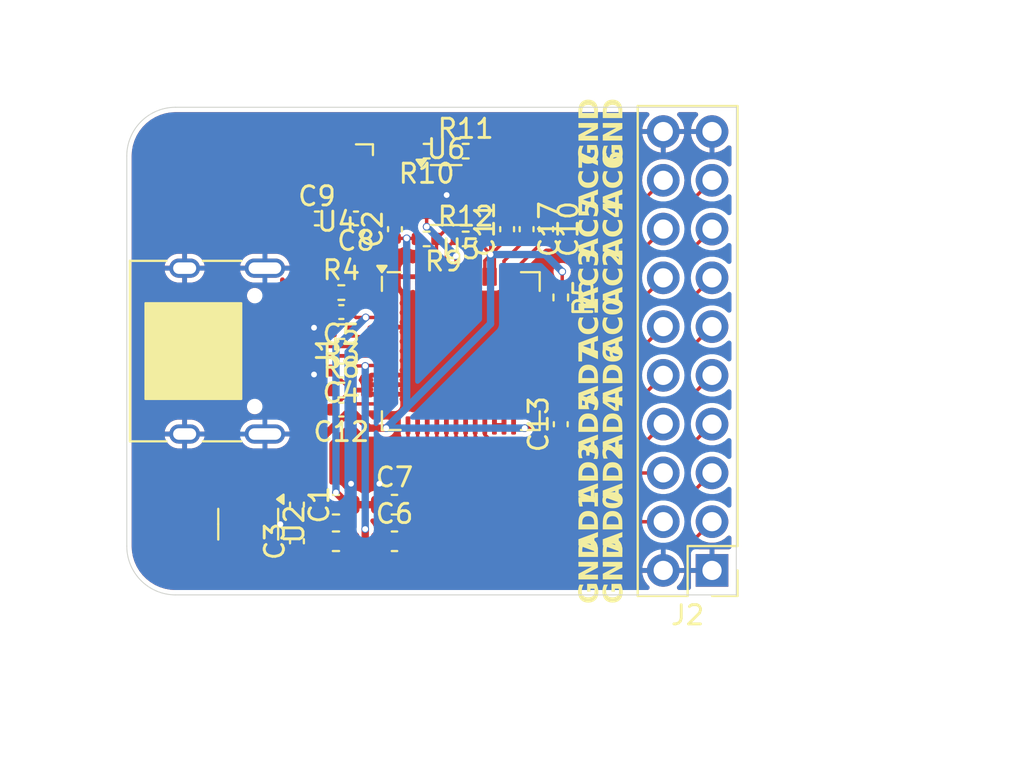
<source format=kicad_pcb>
(kicad_pcb (version 20240108) (generator "pcbnew") (generator_version "8.0")
  (layers (0 "F.Cu" signal) (31 "B.Cu" signal) (34 "B.Paste" user) (35 "F.Paste" user) (36 "B.SilkS" user "B.Silkscreen") (37 "F.SilkS" user "F.Silkscreen") (38 "B.Mask" user) (39 "F.Mask" user) (44 "Edge.Cuts" user))
  (net 0 "")
  (net 1 "+5V")
  (net 2 "GND")
  (net 3 "+3V3")
  (net 4 "/VPLL")
  (net 5 "/VPHY")
  (net 6 "/OSCI")
  (net 7 "/OSCO")
  (net 8 "/DN")
  (net 9 "/DP")
  (net 12 "/CC1")
  (net 13 "/CC2")
  (net 14 "Net-(U5-VCCA)")
  (net 15 "Net-(U5-VCCCORE)")
  (net 16 "Net-(U5-REF)")
  (net 17 "Net-(U5-~{RESET})")
  (net 18 "/AC1")
  (net 19 "/AC5")
  (net 20 "/AD4")
  (net 21 "/AD1")
  (net 22 "/AD5")
  (net 23 "/AC6")
  (net 24 "/AC0")
  (net 25 "/AD3")
  (net 26 "/AD7")
  (net 27 "/AD6")
  (net 28 "/EECLK")
  (net 29 "/EECS")
  (net 30 "/EEDIO")
  (net 31 "Net-(U6-DO)")
  (net 33 "/AC3")
  (net 34 "/AC4")
  (net 35 "/AD2")
  (net 36 "/AD0")
  (net 37 "/AC7")
  (net 38 "/AC2")
  (net 39 "/AC9")
  (net 40 "/AC8")
  (footprint "Capacitor_SMD:C_0402_1005Metric" (layer "F.Cu") (at 129.218 69.0992)
    (property "Reference" "C9" (at 0 -1.16 0) (layer "F.SilkS"))
    (property "Value" "10p")
    (pad "1" smd roundrect (at -0.48 0) (size 0.56 0.62) (layers "F.Cu" "F.Paste" "F.Mask") (net 2 "GND"))
    (pad "2" smd roundrect (at 0.48 0) (size 0.56 0.62) (layers "F.Cu" "F.Paste" "F.Mask") (net 7 "/OSCO"))
  )
  (footprint "Resistor_SMD:R_0402_1005Metric" (layer "F.Cu") (at 130.488 78.04)
    (property "Reference" "R8" (at 0 -1.17 0) (layer "F.SilkS"))
    (property "Value" "5.1k")
    (pad "1" smd roundrect (at -0.51 0) (size 0.54 0.64) (layers "F.Cu" "F.Paste" "F.Mask") (net 13 "/CC2"))
    (pad "2" smd roundrect (at 0.51 0) (size 0.54 0.64) (layers "F.Cu" "F.Paste" "F.Mask") (net 2 "GND"))
  )
  (footprint "1st_commonly:USB_C_Receptacle_TYPE-C-12P" (layer "F.Cu") (at 123.376 76.008 -90)
    (property "Reference" "J1" (at 0 -6.35 -90) (layer "F.SilkS"))
    (property "Value" "USB_C_Receptacle_USB2.0_16P")
    (pad "" np_thru_hole circle (at -2.89 -2.6 270) (size 0.55 0.55) (drill 0.55) (layers "F&B.Cu" "*.Mask"))
    (pad "" np_thru_hole circle (at 2.89 -2.6 270) (size 0.55 0.55) (drill 0.55) (layers "F&B.Cu" "*.Mask"))
    (pad "A1" smd rect (at -3.25 -4.045 270) (size 0.6 1.45) (layers "F.Cu" "F.Paste" "F.Mask") (net 2 "GND"))
    (pad "A4" smd rect (at -2.45 -4.045 270) (size 0.6 1.45) (layers "F.Cu" "F.Paste" "F.Mask") (net 1 "+5V"))
    (pad "A5" smd rect (at -1.25 -4.045 270) (size 0.3 1.45) (layers "F.Cu" "F.Paste" "F.Mask") (net 12 "/CC1"))
    (pad "A6" smd rect (at -0.25 -4.045 270) (size 0.3 1.45) (layers "F.Cu" "F.Paste" "F.Mask") (net 9 "/DP"))
    (pad "A7" smd rect (at 0.25 -4.045 270) (size 0.3 1.45) (layers "F.Cu" "F.Paste" "F.Mask") (net 8 "/DN"))
    (pad "A8" smd rect (at 1.25 -4.045 270) (size 0.3 1.45) (layers "F.Cu" "F.Paste" "F.Mask"))
    (pad "A9" smd rect (at 2.45 -4.045 270) (size 0.6 1.45) (layers "F.Cu" "F.Paste" "F.Mask") (net 1 "+5V"))
    (pad "A12" smd rect (at 3.25 -4.045 270) (size 0.6 1.45) (layers "F.Cu" "F.Paste" "F.Mask") (net 2 "GND"))
    (pad "B1" smd rect (at 3.25 -4.045 270) (size 0.6 1.45) (layers "F.Cu" "F.Paste" "F.Mask") (net 2 "GND"))
    (pad "B4" smd rect (at 2.45 -4.045 270) (size 0.6 1.45) (layers "F.Cu" "F.Paste" "F.Mask") (net 1 "+5V"))
    (pad "B5" smd rect (at 1.75 -4.045 270) (size 0.3 1.45) (layers "F.Cu" "F.Paste" "F.Mask") (net 13 "/CC2"))
    (pad "B6" smd rect (at 0.75 -4.045 270) (size 0.3 1.45) (layers "F.Cu" "F.Paste" "F.Mask") (net 9 "/DP"))
    (pad "B7" smd rect (at -0.75 -4.045 270) (size 0.3 1.45) (layers "F.Cu" "F.Paste" "F.Mask") (net 8 "/DN"))
    (pad "B8" smd rect (at -1.75 -4.045 270) (size 0.3 1.45) (layers "F.Cu" "F.Paste" "F.Mask"))
    (pad "B9" smd rect (at -2.45 -4.045 270) (size 0.6 1.45) (layers "F.Cu" "F.Paste" "F.Mask") (net 1 "+5V"))
    (pad "B12" smd rect (at -3.25 -4.045 270) (size 0.6 1.45) (layers "F.Cu" "F.Paste" "F.Mask") (net 2 "GND"))
    (pad "S1" thru_hole oval (at -4.32 -3.13 270) (size 1 2.1) (drill oval 0.6 1.7) (layers "*.Cu" "*.Mask") (net 2 "GND"))
    (pad "S1" thru_hole oval (at -4.32 1.05 270) (size 1 1.6) (drill oval 0.6 1.2) (layers "*.Cu" "*.Mask") (net 2 "GND"))
    (pad "S1" thru_hole oval (at 4.32 -3.13 270) (size 1 2.1) (drill oval 0.6 1.7) (layers "*.Cu" "*.Mask") (net 2 "GND"))
    (pad "S1" thru_hole oval (at 4.32 1.05 270) (size 1 1.6) (drill oval 0.6 1.2) (layers "*.Cu" "*.Mask") (net 2 "GND"))
  )
  (footprint "Inductor_SMD:L_0603_1608Metric" (layer "F.Cu") (at 130.2086 84.009)
    (property "Reference" "L2" (hide yes))
    (property "Value" "L" (hide yes))
    (pad "1" smd roundrect (at -0.7875 0) (size 0.875 0.95) (layers "F.Cu" "F.Paste" "F.Mask") (net 3 "+3V3"))
    (pad "2" smd roundrect (at 0.7875 0) (size 0.875 0.95) (layers "F.Cu" "F.Paste" "F.Mask") (net 5 "/VPHY"))
  )
  (footprint "Capacitor_SMD:C_0402_1005Metric" (layer "F.Cu") (at 141.156 69.658 -90)
    (property "Reference" "C10" (at 0 -1.16 90) (layer "F.SilkS"))
    (property "Value" "104")
    (pad "1" smd roundrect (at -0.48 0 270) (size 0.56 0.62) (layers "F.Cu" "F.Paste" "F.Mask") (net 2 "GND"))
    (pad "2" smd roundrect (at 0.48 0 270) (size 0.56 0.62) (layers "F.Cu" "F.Paste" "F.Mask") (net 14 "Net-(U5-VCCA)"))
  )
  (footprint "Capacitor_SMD:C_0402_1005Metric" (layer "F.Cu") (at 130.488 73.976 180)
    (property "Reference" "C5" (at 0 -1.16 0) (layer "F.SilkS"))
    (property "Value" "104")
    (pad "1" smd roundrect (at -0.48 0 180) (size 0.56 0.62) (layers "F.Cu" "F.Paste" "F.Mask") (net 5 "/VPHY"))
    (pad "2" smd roundrect (at 0.48 0 180) (size 0.56 0.62) (layers "F.Cu" "F.Paste" "F.Mask") (net 2 "GND"))
  )
  (footprint "Inductor_SMD:L_0603_1608Metric" (layer "F.Cu") (at 130.2086 85.914)
    (property "Reference" "L1" (hide yes))
    (property "Value" "L" (hide yes))
    (pad "1" smd roundrect (at -0.7875 0) (size 0.875 0.95) (layers "F.Cu" "F.Paste" "F.Mask") (net 3 "+3V3"))
    (pad "2" smd roundrect (at 0.7875 0) (size 0.875 0.95) (layers "F.Cu" "F.Paste" "F.Mask") (net 4 "/VPLL"))
  )
  (footprint "Package_TO_SOT_SMD:SOT-23-5" (layer "F.Cu") (at 125.6366 85.025 -90)
    (property "Reference" "U2" (at 0 -2.4 90) (layer "F.SilkS"))
    (property "Value" "TLV75533PDBV")
    (pad "1" smd roundrect (at -1.1375 -0.95 270) (size 1.325 0.6) (layers "F.Cu" "F.Paste" "F.Mask") (net 1 "+5V"))
    (pad "2" smd roundrect (at -1.1375 0 270) (size 1.325 0.6) (layers "F.Cu" "F.Paste" "F.Mask") (net 2 "GND"))
    (pad "3" smd roundrect (at -1.1375 0.95 270) (size 1.325 0.6) (layers "F.Cu" "F.Paste" "F.Mask") (net 1 "+5V"))
    (pad "4" smd roundrect (at 1.1375 0.95 270) (size 1.325 0.6) (layers "F.Cu" "F.Paste" "F.Mask"))
    (pad "5" smd roundrect (at 1.1375 -0.95 270) (size 1.325 0.6) (layers "F.Cu" "F.Paste" "F.Mask") (net 3 "+3V3"))
  )
  (footprint "Package_TO_SOT_SMD:SOT-23-6" (layer "F.Cu") (at 135.949 67.88)
    (property "Reference" "U6" (at 0 -2.4 0) (layer "F.SilkS"))
    (property "Value" "93LCxxBxxOT")
    (pad "1" smd roundrect (at -1.1375 -0.95) (size 1.325 0.6) (layers "F.Cu" "F.Paste" "F.Mask") (net 31 "Net-(U6-DO)"))
    (pad "2" smd roundrect (at -1.1375 0) (size 1.325 0.6) (layers "F.Cu" "F.Paste" "F.Mask") (net 2 "GND"))
    (pad "3" smd roundrect (at -1.1375 0.95) (size 1.325 0.6) (layers "F.Cu" "F.Paste" "F.Mask") (net 30 "/EEDIO"))
    (pad "4" smd roundrect (at 1.1375 0.95) (size 1.325 0.6) (layers "F.Cu" "F.Paste" "F.Mask") (net 28 "/EECLK"))
    (pad "5" smd roundrect (at 1.1375 0) (size 1.325 0.6) (layers "F.Cu" "F.Paste" "F.Mask") (net 29 "/EECS"))
    (pad "6" smd roundrect (at 1.1375 -0.95) (size 1.325 0.6) (layers "F.Cu" "F.Paste" "F.Mask") (net 3 "+3V3"))
  )
  (footprint "Capacitor_SMD:C_0402_1005Metric" (layer "F.Cu") (at 128.1766 85.914 90)
    (property "Reference" "C3" (at 0 -1.16 90) (layer "F.SilkS"))
    (property "Value" "225")
    (pad "1" smd roundrect (at -0.48 0 90) (size 0.56 0.62) (layers "F.Cu" "F.Paste" "F.Mask") (net 3 "+3V3"))
    (pad "2" smd roundrect (at 0.48 0 90) (size 0.56 0.62) (layers "F.Cu" "F.Paste" "F.Mask") (net 2 "GND"))
  )
  (footprint "Capacitor_SMD:C_0603_1608Metric" (layer "F.Cu") (at 133.2566 84.009)
    (property "Reference" "C7" (at 0 -1.43 0) (layer "F.SilkS"))
    (property "Value" "C_Polarized")
    (pad "1" smd roundrect (at -0.775 0) (size 0.9 0.95) (layers "F.Cu" "F.Paste" "F.Mask") (net 5 "/VPHY"))
    (pad "2" smd roundrect (at 0.775 0) (size 0.9 0.95) (layers "F.Cu" "F.Paste" "F.Mask") (net 2 "GND"))
  )
  (footprint "Resistor_SMD:R_0402_1005Metric" (layer "F.Cu") (at 134.933 70.166 180)
    (property "Reference" "R9" (at -0.889 -1.17 0) (layer "F.SilkS"))
    (property "Value" "10k")
    (pad "1" smd roundrect (at -0.51 0 180) (size 0.54 0.64) (layers "F.Cu" "F.Paste" "F.Mask") (net 29 "/EECS"))
    (pad "2" smd roundrect (at 0.51 0 180) (size 0.54 0.64) (layers "F.Cu" "F.Paste" "F.Mask") (net 3 "+3V3"))
  )
  (footprint "Capacitor_SMD:C_0402_1005Metric" (layer "F.Cu") (at 140.14 69.658 -90)
    (property "Reference" "C17" (at 0 -1.16 90) (layer "F.SilkS"))
    (property "Value" "104")
    (pad "1" smd roundrect (at -0.48 0 270) (size 0.56 0.62) (layers "F.Cu" "F.Paste" "F.Mask") (net 2 "GND"))
    (pad "2" smd roundrect (at 0.48 0 270) (size 0.56 0.62) (layers "F.Cu" "F.Paste" "F.Mask") (net 15 "Net-(U5-VCCCORE)"))
  )
  (footprint "Connector_PinHeader_2.54mm:PinHeader_2x10_P2.54mm_Vertical" (layer "F.Cu") (at 149.797 87.433 180)
    (property "Reference" "J2" (at 1.27 -2.33 180) (layer "F.SilkS"))
    (property "Value" "Conn_02x10_Odd_Even")
    (pad "1" thru_hole rect (at 0 0 180) (size 1.7 1.7) (drill 1) (layers "*.Cu" "*.Mask") (net 2 "GND"))
    (pad "2" thru_hole oval (at 2.54 0 180) (size 1.7 1.7) (drill 1) (layers "*.Cu" "*.Mask") (net 2 "GND"))
    (pad "3" thru_hole oval (at 0 2.54 180) (size 1.7 1.7) (drill 1) (layers "*.Cu" "*.Mask") (net 36 "/AD0"))
    (pad "4" thru_hole oval (at 2.54 2.54 180) (size 1.7 1.7) (drill 1) (layers "*.Cu" "*.Mask") (net 21 "/AD1"))
    (pad "5" thru_hole oval (at 0 5.08 180) (size 1.7 1.7) (drill 1) (layers "*.Cu" "*.Mask") (net 35 "/AD2"))
    (pad "6" thru_hole oval (at 2.54 5.08 180) (size 1.7 1.7) (drill 1) (layers "*.Cu" "*.Mask") (net 25 "/AD3"))
    (pad "7" thru_hole oval (at 0 7.62 180) (size 1.7 1.7) (drill 1) (layers "*.Cu" "*.Mask") (net 20 "/AD4"))
    (pad "8" thru_hole oval (at 2.54 7.62 180) (size 1.7 1.7) (drill 1) (layers "*.Cu" "*.Mask") (net 22 "/AD5"))
    (pad "9" thru_hole oval (at 0 10.16 180) (size 1.7 1.7) (drill 1) (layers "*.Cu" "*.Mask") (net 27 "/AD6"))
    (pad "10" thru_hole oval (at 2.54 10.16 180) (size 1.7 1.7) (drill 1) (layers "*.Cu" "*.Mask") (net 26 "/AD7"))
    (pad "11" thru_hole oval (at 0 12.7 180) (size 1.7 1.7) (drill 1) (layers "*.Cu" "*.Mask") (net 24 "/AC0"))
    (pad "12" thru_hole oval (at 2.54 12.7 180) (size 1.7 1.7) (drill 1) (layers "*.Cu" "*.Mask") (net 18 "/AC1"))
    (pad "13" thru_hole oval (at 0 15.24 180) (size 1.7 1.7) (drill 1) (layers "*.Cu" "*.Mask") (net 38 "/AC2"))
    (pad "14" thru_hole oval (at 2.54 15.24 180) (size 1.7 1.7) (drill 1) (layers "*.Cu" "*.Mask") (net 33 "/AC3"))
    (pad "15" thru_hole oval (at 0 17.78 180) (size 1.7 1.7) (drill 1) (layers "*.Cu" "*.Mask") (net 34 "/AC4"))
    (pad "16" thru_hole oval (at 2.54 17.78 180) (size 1.7 1.7) (drill 1) (layers "*.Cu" "*.Mask") (net 19 "/AC5"))
    (pad "17" thru_hole oval (at 0 20.32 180) (size 1.7 1.7) (drill 1) (layers "*.Cu" "*.Mask") (net 23 "/AC6"))
    (pad "18" thru_hole oval (at 2.54 20.32 180) (size 1.7 1.7) (drill 1) (layers "*.Cu" "*.Mask") (net 37 "/AC7"))
    (pad "19" thru_hole oval (at 0 22.86 180) (size 1.7 1.7) (drill 1) (layers "*.Cu" "*.Mask") (net 2 "GND"))
    (pad "20" thru_hole oval (at 2.54 22.86 180) (size 1.7 1.7) (drill 1) (layers "*.Cu" "*.Mask") (net 2 "GND"))
  )
  (footprint "Capacitor_SMD:C_0402_1005Metric" (layer "F.Cu") (at 130.488 79.056 180)
    (property "Reference" "C12" (at 0 -1.16 0) (layer "F.SilkS"))
    (property "Value" "104")
    (pad "1" smd roundrect (at -0.48 0 180) (size 0.56 0.62) (layers "F.Cu" "F.Paste" "F.Mask") (net 3 "+3V3"))
    (pad "2" smd roundrect (at 0.48 0 180) (size 0.56 0.62) (layers "F.Cu" "F.Paste" "F.Mask") (net 2 "GND"))
  )
  (footprint "Resistor_SMD:R_0402_1005Metric" (layer "F.Cu") (at 134.933 65.594 180)
    (property "Reference" "R10" (at 0 -1.17 0) (layer "F.SilkS"))
    (property "Value" "2k")
    (pad "1" smd roundrect (at -0.51 0 180) (size 0.54 0.64) (layers "F.Cu" "F.Paste" "F.Mask") (net 31 "Net-(U6-DO)"))
    (pad "2" smd roundrect (at 0.51 0 180) (size 0.54 0.64) (layers "F.Cu" "F.Paste" "F.Mask") (net 30 "/EEDIO"))
  )
  (footprint "Resistor_SMD:R_0402_1005Metric" (layer "F.Cu") (at 130.488 72.96)
    (property "Reference" "R4" (at 0 -1.17 0) (layer "F.SilkS"))
    (property "Value" "5.1k")
    (pad "1" smd roundrect (at -0.51 0) (size 0.54 0.64) (layers "F.Cu" "F.Paste" "F.Mask") (net 12 "/CC1"))
    (pad "2" smd roundrect (at 0.51 0) (size 0.54 0.64) (layers "F.Cu" "F.Paste" "F.Mask") (net 2 "GND"))
  )
  (footprint "1st_commonly:Oscillator_SMD_13_3.2x2.5mm" (layer "F.Cu") (at 130.234 66.8132 180)
    (property "Reference" "U4" (at 0 -2.45 0) (layer "F.SilkS"))
    (property "Value" "12M")
    (pad "1" smd rect (at -1.05 0.825 180) (size 1.3 1.1) (layers "F.Cu" "F.Paste" "F.Mask") (net 6 "/OSCI"))
    (pad "2" smd rect (at 1.05 0.825 180) (size 1.3 1.1) (layers "F.Cu" "F.Paste" "F.Mask") (net 2 "GND"))
    (pad "3" smd rect (at 1.05 -0.825 180) (size 1.3 1.1) (layers "F.Cu" "F.Paste" "F.Mask") (net 7 "/OSCO"))
    (pad "4" smd rect (at -1.05 -0.825 180) (size 1.3 1.1) (layers "F.Cu" "F.Paste" "F.Mask") (net 2 "GND"))
  )
  (footprint "Resistor_SMD:R_0402_1005Metric" (layer "F.Cu") (at 141.918 73.214 -90)
    (property "Reference" "R5" (at 0 -1.17 90) (layer "F.SilkS"))
    (property "Value" "1k")
    (pad "1" smd roundrect (at -0.51 0 270) (size 0.54 0.64) (layers "F.Cu" "F.Paste" "F.Mask") (net 3 "+3V3"))
    (pad "2" smd roundrect (at 0.51 0 270) (size 0.54 0.64) (layers "F.Cu" "F.Paste" "F.Mask") (net 17 "Net-(U5-~{RESET})"))
  )
  (footprint "Resistor_SMD:R_0402_1005Metric" (layer "F.Cu") (at 136.965 65.594)
    (property "Reference" "R11" (at 0 -1.17 0) (layer "F.SilkS"))
    (property "Value" "10k")
    (pad "1" smd roundrect (at -0.51 0) (size 0.54 0.64) (layers "F.Cu" "F.Paste" "F.Mask") (net 31 "Net-(U6-DO)"))
    (pad "2" smd roundrect (at 0.51 0) (size 0.54 0.64) (layers "F.Cu" "F.Paste" "F.Mask") (net 3 "+3V3"))
  )
  (footprint "Capacitor_SMD:C_0402_1005Metric" (layer "F.Cu") (at 130.488 77.024 180)
    (property "Reference" "C4" (at 0 -1.16 0) (layer "F.SilkS"))
    (property "Value" "104")
    (pad "1" smd roundrect (at -0.48 0 180) (size 0.56 0.62) (layers "F.Cu" "F.Paste" "F.Mask") (net 4 "/VPLL"))
    (pad "2" smd roundrect (at 0.48 0 180) (size 0.56 0.62) (layers "F.Cu" "F.Paste" "F.Mask") (net 2 "GND"))
  )
  (footprint "Resistor_SMD:R_0402_1005Metric" (layer "F.Cu") (at 136.965 70.166)
    (property "Reference" "R12" (at 0 -1.17 0) (layer "F.SilkS"))
    (property "Value" "10k")
    (pad "1" smd roundrect (at -0.51 0) (size 0.54 0.64) (layers "F.Cu" "F.Paste" "F.Mask") (net 28 "/EECLK"))
    (pad "2" smd roundrect (at 0.51 0) (size 0.54 0.64) (layers "F.Cu" "F.Paste" "F.Mask") (net 3 "+3V3"))
  )
  (footprint "Capacitor_SMD:C_0402_1005Metric" (layer "F.Cu") (at 131.25 69.0992 180)
    (property "Reference" "C8" (at 0 -1.16 0) (layer "F.SilkS"))
    (property "Value" "10p")
    (pad "1" smd roundrect (at -0.48 0 180) (size 0.56 0.62) (layers "F.Cu" "F.Paste" "F.Mask") (net 2 "GND"))
    (pad "2" smd roundrect (at 0.48 0 180) (size 0.56 0.62) (layers "F.Cu" "F.Paste" "F.Mask") (net 6 "/OSCI"))
  )
  (footprint "Capacitor_SMD:C_0402_1005Metric" (layer "F.Cu") (at 141.918 79.818 90)
    (property "Reference" "C13" (at 0 -1.16 90) (layer "F.SilkS"))
    (property "Value" "104")
    (pad "1" smd roundrect (at -0.48 0 90) (size 0.56 0.62) (layers "F.Cu" "F.Paste" "F.Mask") (net 3 "+3V3"))
    (pad "2" smd roundrect (at 0.48 0 90) (size 0.56 0.62) (layers "F.Cu" "F.Paste" "F.Mask") (net 2 "GND"))
  )
  (footprint "Capacitor_SMD:C_0402_1005Metric" (layer "F.Cu") (at 139.124 69.658 90)
    (property "Reference" "C11" (at 0 -1.16 90) (layer "F.SilkS"))
    (property "Value" "104")
    (pad "1" smd roundrect (at -0.48 0 90) (size 0.56 0.62) (layers "F.Cu" "F.Paste" "F.Mask") (net 3 "+3V3"))
    (pad "2" smd roundrect (at 0.48 0 90) (size 0.56 0.62) (layers "F.Cu" "F.Paste" "F.Mask") (net 2 "GND"))
  )
  (footprint "Capacitor_SMD:C_0402_1005Metric" (layer "F.Cu") (at 128.1766 84.009 -90)
    (property "Reference" "C1" (at 0 -1.16 90) (layer "F.SilkS"))
    (property "Value" "225")
    (pad "1" smd roundrect (at -0.48 0 270) (size 0.56 0.62) (layers "F.Cu" "F.Paste" "F.Mask") (net 1 "+5V"))
    (pad "2" smd roundrect (at 0.48 0 270) (size 0.56 0.62) (layers "F.Cu" "F.Paste" "F.Mask") (net 2 "GND"))
  )
  (footprint "Package_DFN_QFN:QFN-48-1EP_8x8mm_P0.5mm_EP6.2x6.2mm" (layer "F.Cu") (at 136.711 76.008)
    (property "Reference" "U5" (at 0 -5.31 0) (layer "F.SilkS"))
    (property "Value" "FT232H")
    (pad "1" smd roundrect (at -3.875 -2.75) (size 0.95 0.25) (layers "F.Cu" "F.Paste" "F.Mask") (net 6 "/OSCI"))
    (pad "2" smd roundrect (at -3.875 -2.25) (size 0.95 0.25) (layers "F.Cu" "F.Paste" "F.Mask") (net 7 "/OSCO"))
    (pad "3" smd roundrect (at -3.875 -1.75) (size 0.95 0.25) (layers "F.Cu" "F.Paste" "F.Mask") (net 5 "/VPHY"))
    (pad "4" smd roundrect (at -3.875 -1.25) (size 0.95 0.25) (layers "F.Cu" "F.Paste" "F.Mask") (net 2 "GND"))
    (pad "5" smd roundrect (at -3.875 -0.75) (size 0.95 0.25) (layers "F.Cu" "F.Paste" "F.Mask") (net 16 "Net-(U5-REF)"))
    (pad "6" smd roundrect (at -3.875 -0.25) (size 0.95 0.25) (layers "F.Cu" "F.Paste" "F.Mask") (net 8 "/DN"))
    (pad "7" smd roundrect (at -3.875 0.25) (size 0.95 0.25) (layers "F.Cu" "F.Paste" "F.Mask") (net 9 "/DP"))
    (pad "8" smd roundrect (at -3.875 0.75) (size 0.95 0.25) (layers "F.Cu" "F.Paste" "F.Mask") (net 4 "/VPLL"))
    (pad "9" smd roundrect (at -3.875 1.25) (size 0.95 0.25) (layers "F.Cu" "F.Paste" "F.Mask") (net 2 "GND"))
    (pad "10" smd roundrect (at -3.875 1.75) (size 0.95 0.25) (layers "F.Cu" "F.Paste" "F.Mask") (net 2 "GND"))
    (pad "11" smd roundrect (at -3.875 2.25) (size 0.95 0.25) (layers "F.Cu" "F.Paste" "F.Mask") (net 2 "GND"))
    (pad "12" smd roundrect (at -3.875 2.75) (size 0.95 0.25) (layers "F.Cu" "F.Paste" "F.Mask") (net 3 "+3V3"))
    (pad "13" smd roundrect (at -2.75 3.875) (size 0.25 0.95) (layers "F.Cu" "F.Paste" "F.Mask") (net 36 "/AD0"))
    (pad "14" smd roundrect (at -2.25 3.875) (size 0.25 0.95) (layers "F.Cu" "F.Paste" "F.Mask") (net 21 "/AD1"))
    (pad "15" smd roundrect (at -1.75 3.875) (size 0.25 0.95) (layers "F.Cu" "F.Paste" "F.Mask") (net 35 "/AD2"))
    (pad "16" smd roundrect (at -1.25 3.875) (size 0.25 0.95) (layers "F.Cu" "F.Paste" "F.Mask") (net 25 "/AD3"))
    (pad "17" smd roundrect (at -0.75 3.875) (size 0.25 0.95) (layers "F.Cu" "F.Paste" "F.Mask") (net 20 "/AD4"))
    (pad "18" smd roundrect (at -0.25 3.875) (size 0.25 0.95) (layers "F.Cu" "F.Paste" "F.Mask") (net 22 "/AD5"))
    (pad "19" smd roundrect (at 0.25 3.875) (size 0.25 0.95) (layers "F.Cu" "F.Paste" "F.Mask") (net 27 "/AD6"))
    (pad "20" smd roundrect (at 0.75 3.875) (size 0.25 0.95) (layers "F.Cu" "F.Paste" "F.Mask") (net 26 "/AD7"))
    (pad "21" smd roundrect (at 1.25 3.875) (size 0.25 0.95) (layers "F.Cu" "F.Paste" "F.Mask") (net 24 "/AC0"))
    (pad "22" smd roundrect (at 1.75 3.875) (size 0.25 0.95) (layers "F.Cu" "F.Paste" "F.Mask") (net 2 "GND"))
    (pad "23" smd roundrect (at 2.25 3.875) (size 0.25 0.95) (layers "F.Cu" "F.Paste" "F.Mask") (net 2 "GND"))
    (pad "24" smd roundrect (at 2.75 3.875) (size 0.25 0.95) (layers "F.Cu" "F.Paste" "F.Mask") (net 3 "+3V3"))
    (pad "25" smd roundrect (at 3.875 2.75) (size 0.95 0.25) (layers "F.Cu" "F.Paste" "F.Mask") (net 18 "/AC1"))
    (pad "26" smd roundrect (at 3.875 2.25) (size 0.95 0.25) (layers "F.Cu" "F.Paste" "F.Mask") (net 38 "/AC2"))
    (pad "27" smd roundrect (at 3.875 1.75) (size 0.95 0.25) (layers "F.Cu" "F.Paste" "F.Mask") (net 33 "/AC3"))
    (pad "28" smd roundrect (at 3.875 1.25) (size 0.95 0.25) (layers "F.Cu" "F.Paste" "F.Mask") (net 34 "/AC4"))
    (pad "29" smd roundrect (at 3.875 0.75) (size 0.95 0.25) (layers "F.Cu" "F.Paste" "F.Mask") (net 19 "/AC5"))
    (pad "30" smd roundrect (at 3.875 0.25) (size 0.95 0.25) (layers "F.Cu" "F.Paste" "F.Mask") (net 23 "/AC6"))
    (pad "31" smd roundrect (at 3.875 -0.25) (size 0.95 0.25) (layers "F.Cu" "F.Paste" "F.Mask") (net 37 "/AC7"))
    (pad "32" smd roundrect (at 3.875 -0.75) (size 0.95 0.25) (layers "F.Cu" "F.Paste" "F.Mask") (net 40 "/AC8"))
    (pad "33" smd roundrect (at 3.875 -1.25) (size 0.95 0.25) (layers "F.Cu" "F.Paste" "F.Mask") (net 39 "/AC9"))
    (pad "34" smd roundrect (at 3.875 -1.75) (size 0.95 0.25) (layers "F.Cu" "F.Paste" "F.Mask") (net 17 "Net-(U5-~{RESET})"))
    (pad "35" smd roundrect (at 3.875 -2.25) (size 0.95 0.25) (layers "F.Cu" "F.Paste" "F.Mask") (net 2 "GND"))
    (pad "36" smd roundrect (at 3.875 -2.75) (size 0.95 0.25) (layers "F.Cu" "F.Paste" "F.Mask") (net 2 "GND"))
    (pad "37" smd roundrect (at 2.75 -3.875) (size 0.25 0.95) (layers "F.Cu" "F.Paste" "F.Mask") (net 14 "Net-(U5-VCCA)"))
    (pad "38" smd roundrect (at 2.25 -3.875) (size 0.25 0.95) (layers "F.Cu" "F.Paste" "F.Mask") (net 15 "Net-(U5-VCCCORE)"))
    (pad "39" smd roundrect (at 1.75 -3.875) (size 0.25 0.95) (layers "F.Cu" "F.Paste" "F.Mask") (net 3 "+3V3"))
    (pad "40" smd roundrect (at 1.25 -3.875) (size 0.25 0.95) (layers "F.Cu" "F.Paste" "F.Mask") (net 3 "+3V3"))
    (pad "41" smd roundrect (at 0.75 -3.875) (size 0.25 0.95) (layers "F.Cu" "F.Paste" "F.Mask") (net 2 "GND"))
    (pad "42" smd roundrect (at 0.25 -3.875) (size 0.25 0.95) (layers "F.Cu" "F.Paste" "F.Mask") (net 2 "GND"))
    (pad "43" smd roundrect (at -0.25 -3.875) (size 0.25 0.95) (layers "F.Cu" "F.Paste" "F.Mask") (net 30 "/EEDIO"))
    (pad "44" smd roundrect (at -0.75 -3.875) (size 0.25 0.95) (layers "F.Cu" "F.Paste" "F.Mask") (net 28 "/EECLK"))
    (pad "45" smd roundrect (at -1.25 -3.875) (size 0.25 0.95) (layers "F.Cu" "F.Paste" "F.Mask") (net 29 "/EECS"))
    (pad "46" smd roundrect (at -1.75 -3.875) (size 0.25 0.95) (layers "F.Cu" "F.Paste" "F.Mask") (net 3 "+3V3"))
    (pad "47" smd roundrect (at -2.25 -3.875) (size 0.25 0.95) (layers "F.Cu" "F.Paste" "F.Mask") (net 2 "GND"))
    (pad "48" smd roundrect (at -2.75 -3.875) (size 0.25 0.95) (layers "F.Cu" "F.Paste" "F.Mask") (net 2 "GND"))
    (pad "49" smd rect (at 0 0) (size 6.2 6.2) (property pad_prop_heatsink) (layers "F.Cu" "F.Mask") (net 2 "GND"))
  )
  (footprint "Capacitor_SMD:C_0603_1608Metric" (layer "F.Cu") (at 133.2566 85.914)
    (property "Reference" "C6" (at 0 -1.43 0) (layer "F.SilkS"))
    (property "Value" "C_Polarized")
    (pad "1" smd roundrect (at -0.775 0) (size 0.9 0.95) (layers "F.Cu" "F.Paste" "F.Mask") (net 4 "/VPLL"))
    (pad "2" smd roundrect (at 0.775 0) (size 0.9 0.95) (layers "F.Cu" "F.Paste" "F.Mask") (net 2 "GND"))
  )
  (footprint "Resistor_SMD:R_0402_1005Metric" (layer "F.Cu") (at 130.488 74.992 180)
    (property "Reference" "R3" (at 0 -1.17 0) (layer "F.SilkS"))
    (property "Value" "12k")
    (pad "1" smd roundrect (at -0.51 0 180) (size 0.54 0.64) (layers "F.Cu" "F.Paste" "F.Mask") (net 16 "Net-(U5-REF)"))
    (pad "2" smd roundrect (at 0.51 0 180) (size 0.54 0.64) (layers "F.Cu" "F.Paste" "F.Mask") (net 2 "GND"))
  )
  (footprint "Capacitor_SMD:C_0402_1005Metric" (layer "F.Cu") (at 133.282 69.658 90)
    (property "Reference" "C2" (at 0 -1.16 90) (layer "F.SilkS"))
    (property "Value" "104")
    (pad "1" smd roundrect (at -0.48 0 90) (size 0.56 0.62) (layers "F.Cu" "F.Paste" "F.Mask") (net 3 "+3V3"))
    (pad "2" smd roundrect (at 0.48 0 90) (size 0.56 0.62) (layers "F.Cu" "F.Paste" "F.Mask") (net 2 "GND"))
  )
  (gr_rect (start 120.281 73.508) (end 125.281 78.508) (stroke (width 0.1)) (fill solid) (layer "F.SilkS"))
  (gr_line (start 151.067 63.303) (end 151.062 88.708) (stroke (width 0.05)) (layer "Edge.Cuts"))
  (gr_line (start 151.067 63.308) (end 121.852 63.308) (stroke (width 0.05)) (layer "Edge.Cuts"))
  (gr_line (start 121.852 88.708) (end 151.062 88.708) (stroke (width 0.05)) (layer "Edge.Cuts"))
  (gr_arc (start 119.312 65.848) (mid 120.055949 64.051949) (end 121.852 63.308) (stroke (width 0.05)) (layer "Edge.Cuts"))
  (gr_line (start 119.312 65.848) (end 119.312 86.168) (stroke (width 0.05)) (layer "Edge.Cuts"))
  (gr_arc (start 121.851999 88.708001) (mid 120.055948 87.964052) (end 119.311999 86.168001) (stroke (width 0.05)) (layer "Edge.Cuts"))
  (gr_text "AD5" (at 143.442 79.818 90) (layer "F.SilkS") (effects (font (size 1 1) (thickness 0.25) (bold yes))))
  (gr_text "AC2\n" (at 144.712 72.198 90) (layer "F.SilkS") (effects (font (size 1 1) (thickness 0.25) (bold yes))))
  (gr_text "AC1" (at 143.442 74.738 90) (layer "F.SilkS") (effects (font (size 1 1) (thickness 0.25) (bold yes))))
  (gr_text "AD0" (at 144.712 84.898 90) (layer "F.SilkS") (effects (font (size 1 1) (thickness 0.25) (bold yes))))
  (gr_text "AD1" (at 143.442 84.898 90) (layer "F.SilkS") (effects (font (size 1 1) (thickness 0.25) (bold yes))))
  (gr_text "AD2" (at 144.712 82.358 90) (layer "F.SilkS") (effects (font (size 1 1) (thickness 0.25) (bold yes))))
  (gr_text "AC5" (at 143.442 69.658 90) (layer "F.SilkS") (effects (font (size 1 1) (thickness 0.25) (bold yes))))
  (gr_text "GND" (at 144.712 64.578 90) (layer "F.SilkS") (effects (font (size 1 1) (thickness 0.25) (bold yes))))
  (gr_text "GND" (at 144.712 87.438 90) (layer "F.SilkS") (effects (font (size 1 1) (thickness 0.25) (bold yes))))
  (gr_text "AD3" (at 143.442 82.358 90) (layer "F.SilkS") (effects (font (size 1 1) (thickness 0.25) (bold yes))))
  (gr_text "AC0" (at 144.712 74.738 90) (layer "F.SilkS") (effects (font (size 1 1) (thickness 0.25) (bold yes))))
  (gr_text "AC6" (at 144.712 67.118 90) (layer "F.SilkS") (effects (font (size 1 1) (thickness 0.25) (bold yes))))
  (gr_text "AC7" (at 143.442 67.118 90) (layer "F.SilkS") (effects (font (size 1 1) (thickness 0.25) (bold yes))))
  (gr_text "AD4" (at 144.712 79.818 90) (layer "F.SilkS") (effects (font (size 1 1) (thickness 0.25) (bold yes))))
  (gr_text "AD6" (at 144.712 77.278 90) (layer "F.SilkS") (effects (font (size 1 1) (thickness 0.25) (bold yes))))
  (gr_text "GND" (at 143.442 64.578 90) (layer "F.SilkS") (effects (font (size 1 1) (thickness 0.25) (bold yes))))
  (gr_text "AD7" (at 143.442 77.278 90) (layer "F.SilkS") (effects (font (size 1 1) (thickness 0.25) (bold yes))))
  (gr_text "GND" (at 143.442 87.438 90) (layer "F.SilkS") (effects (font (size 1 1) (thickness 0.25) (bold yes))))
  (gr_text "AC4" (at 144.712 69.658 90) (layer "F.SilkS") (effects (font (size 1 1) (thickness 0.25) (bold yes))))
  (gr_text "AC3" (at 143.442 72.198 90) (layer "F.SilkS") (effects (font (size 1 1) (thickness 0.25) (bold yes))))
  (segment (start 125.187001 85.0504) (end 126.1192 85.0504) (width 0.381) (layer "F.Cu") (net 1))
  (segment (start 126.5866 83.8875) (end 126.9451 83.529) (width 0.381) (layer "F.Cu") (net 1))
  (segment (start 124.6866 83.8875) (end 124.6866 84.549999) (width 0.381) (layer "F.Cu") (net 1))
  (segment (start 126.9451 83.529) (end 128.1766 83.529) (width 0.381) (layer "F.Cu") (net 1))
  (segment (start 124.6206 78.2432) (end 126.159122 78.2432) (width 0.381) (layer "F.Cu") (net 1))
  (segment (start 126.159122 78.2432) (end 126.373922 78.458) (width 0.381) (layer "F.Cu") (net 1))
  (segment (start 124.6866 84.549999) (end 125.187001 85.0504) (width 0.381) (layer "F.Cu") (net 1))
  (segment (start 126.1192 85.0504) (end 126.5866 84.583) (width 0.381) (layer "F.Cu") (net 1))
  (segment (start 124.6206 75.5484) (end 124.6206 83.8215) (width 0.381) (layer "F.Cu") (net 1))
  (segment (start 126.373922 78.458) (end 127.421 78.458) (width 0.381) (layer "F.Cu") (net 1))
  (segment (start 126.611 73.558) (end 124.6206 75.5484) (width 0.381) (layer "F.Cu") (net 1))
  (segment (start 126.5866 84.583) (end 126.5866 83.8875) (width 0.381) (layer "F.Cu") (net 1))
  (segment (start 127.421 73.558) (end 126.611 73.558) (width 0.381) (layer "F.Cu") (net 1))
  (segment (start 130.008 77.05) (end 130.998 78.04) (width 0.1778) (layer "F.Cu") (net 2))
  (segment (start 130.008 73.976) (end 130.008 74.962) (width 0.1778) (layer "F.Cu") (net 2))
  (segment (start 130.998 72.986) (end 130.008 73.976) (width 0.1778) (layer "F.Cu") (net 2))
  (segment (start 130.008 79.03) (end 130.998 78.04) (width 0.1778) (layer "F.Cu") (net 2))
  (segment (start 129.8784 73.976) (end 129.0656 74.7888) (width 0.1778) (layer "F.Cu") (net 2))
  (via (at 130.996 82.9168) (size 0.4) (drill 0.3) (layers "F.Cu" "B.Cu") (net 2))
  (via (at 132.4692 82.9168) (size 0.4) (drill 0.3) (layers "F.Cu" "B.Cu") (net 2))
  (via (at 127.313 85.025) (size 0.4) (drill 0.3) (layers "F.Cu" "B.Cu") (net 2))
  (via (at 129.0656 77.2272) (size 0.4) (drill 0.3) (layers "F.Cu" "B.Cu") (net 2))
  (via (at 135.9744 67.88) (size 0.4) (drill 0.3) (layers "F.Cu" "B.Cu") (net 2))
  (via (at 129.0656 74.7888) (size 0.4) (drill 0.3) (layers "F.Cu" "B.Cu") (net 2))
  (segment (start 138.461 72.133) (end 137.961 72.133) (width 0.1778) (layer "F.Cu") (net 3))
  (segment (start 131.266 78.758) (end 132.836 78.758) (width 0.1778) (layer "F.Cu") (net 3))
  (segment (start 128.9411 86.394) (end 129.4211 85.914) (width 0.381) (layer "F.Cu") (net 3))
  (segment (start 137.961 71.301) (end 138.2604 71.0016) (width 0.1778) (layer "F.Cu") (net 3))
  (segment (start 139.5992 80.0212) (end 139.461 79.883) (width 0.254) (layer "F.Cu") (net 3))
  (segment (start 129.4211 80.6029) (end 130.3405 79.6835) (width 0.381) (layer "F.Cu") (net 3))
  (segment (start 137.320616 66.93) (end 137.412 66.93) (width 0.1778) (layer "F.Cu") (net 3))
  (segment (start 134.423 70.166) (end 134.961 70.704) (width 0.1778) (layer "F.Cu") (net 3))
  (segment (start 138.2832 70.9788) (end 139.124 70.138) (width 0.1778) (layer "F.Cu") (net 3))
  (segment (start 130.968 79.056) (end 131.266 78.758) (width 0.1778) (layer "F.Cu") (net 3))
  (segment (start 126.5866 86.1625) (end 126.7953 86.3712) (width 0.381) (layer "F.Cu") (net 3))
  (segment (start 137.475 70.166) (end 138.461 71.152) (width 0.1778) (layer "F.Cu") (net 3))
  (segment (start 137.961 72.133) (end 138.235 72.133) (width 0.1778) (layer "F.Cu") (net 3))
  (segment (start 138.2604 70.9788) (end 138.2832 70.9788) (width 0.1778) (layer "F.Cu") (net 3))
  (segment (start 138.235 72.133) (end 138.461 72.133) (width 0.1778) (layer "F.Cu") (net 3))
  (segment (start 130.341382 79.6835) (end 130.968 79.056882) (width 0.381) (layer "F.Cu") (net 3))
  (segment (start 126.7953 86.3712) (end 128.1538 86.3712) (width 0.381) (layer "F.Cu") (net 3))
  (segment (start 141.6412 80.0212) (end 141.918 80.298) (width 0.254) (layer "F.Cu") (net 3))
  (segment (start 134.961 70.704) (end 134.961 72.133) (width 0.1778) (layer "F.Cu") (net 3))
  (segment (start 129.4211 85.914) (end 129.4211 84.009) (width 0.381) (layer "F.Cu") (net 3))
  (segment (start 130.3405 79.6835) (end 130.341382 79.6835) (width 0.381) (layer "F.Cu") (net 3))
  (segment (start 138.461 71.152) (end 138.461 72.133) (width 0.1778) (layer "F.Cu") (net 3))
  (segment (start 129.4211 84.009) (end 129.4211 80.6029) (width 0.381) (layer "F.Cu") (net 3))
  (segment (start 140.0384 80.0212) (end 141.6412 80.0212) (width 0.254) (layer "F.Cu") (net 3))
  (segment (start 131.9332 80.0212) (end 130.968 79.056) (width 0.381) (layer "F.Cu") (net 3))
  (segment (start 137.092 66.9245) (end 137.0865 66.93) (width 0.1778) (layer "F.Cu") (net 3))
  (segment (start 137.475 65.594) (end 137.092 65.977) (width 0.1778) (layer "F.Cu") (net 3))
  (segment (start 140.0384 80.0212) (end 139.5992 80.0212) (width 0.254) (layer "F.Cu") (net 3))
  (segment (start 137.961 72.133) (end 137.961 71.301) (width 0.1778) (layer "F.Cu") (net 3))
  (segment (start 132.8248 80.0212) (end 131.9332 80.0212) (width 0.381) (layer "F.Cu") (net 3))
  (segment (start 137.475 70.166) (end 139.096 70.166) (width 0.1778) (layer "F.Cu") (net 3))
  (segment (start 138.2604 71.0016) (end 138.2604 70.9788) (width 0.1778) (layer "F.Cu") (net 3))
  (segment (start 133.282 70.138) (end 134.395 70.138) (width 0.1778) (layer "F.Cu") (net 3))
  (segment (start 141.9942 71.8678) (end 141.9942 72.6278) (width 0.1778) (layer "F.Cu") (net 3))
  (segment (start 138.26825 67.78625) (end 138.26825 70.95925) (width 0.1778) (layer "F.Cu") (net 3))
  (segment (start 137.412 66.93) (end 138.26825 67.78625) (width 0.1778) (layer "F.Cu") (net 3))
  (segment (start 128.1766 86.394) (end 128.9411 86.394) (width 0.381) (layer "F.Cu") (net 3))
  (segment (start 137.092 65.977) (end 137.092 66.9245) (width 0.1778) (layer "F.Cu") (net 3))
  (via (at 140.0384 80.0212) (size 0.4) (drill 0.3) (layers "F.Cu" "B.Cu") (net 3))
  (via (at 138.2604 70.9788) (size 0.4) (drill 0.3) (layers "F.Cu" "B.Cu") (net 3))
  (via (at 133.8916 70.138) (size 0.4) (drill 0.3) (layers "F.Cu" "B.Cu") (net 3))
  (via (at 132.8248 80.0212) (size 0.4) (drill 0.3) (layers "F.Cu" "B.Cu") (net 3))
  (via (at 141.9942 71.8678) (size 0.4) (drill 0.3) (layers "F.Cu" "B.Cu") (net 3))
  (segment (start 132.8248 80.0212) (end 140.0384 80.0212) (width 0.381) (layer "B.Cu") (net 3))
  (segment (start 141.1052 70.9788) (end 138.2604 70.9788) (width 0.381) (layer "B.Cu") (net 3))
  (segment (start 141.9942 71.8678) (end 141.1052 70.9788) (width 0.381) (layer "B.Cu") (net 3))
  (segment (start 132.8248 80.0212) (end 138.2604 74.5856) (width 0.381) (layer "B.Cu") (net 3))
  (segment (start 133.8916 70.138) (end 133.8916 78.9544) (width 0.381) (layer "B.Cu") (net 3))
  (segment (start 138.2604 71.8424) (end 138.2604 70.9788) (width 0.381) (layer "B.Cu") (net 3))
  (segment (start 138.2604 74.5856) (end 138.2604 71.8424) (width 0.381) (layer "B.Cu") (net 3))
  (segment (start 133.8916 78.9544) (end 132.8248 80.0212) (width 0.381) (layer "B.Cu") (net 3))
  (segment (start 131.2086 76.7834) (end 130.968 77.024) (width 0.1778) (layer "F.Cu") (net 4))
  (segment (start 131.7326 76.7834) (end 131.2086 76.7834) (width 0.1778) (layer "F.Cu") (net 4))
  (segment (start 130.9961 85.914) (end 131.7326 85.914) (width 0.381) (layer "F.Cu") (net 4))
  (segment (start 131.758 76.758) (end 132.836 76.758) (width 0.1778) (layer "F.Cu") (net 4))
  (segment (start 131.7326 85.914) (end 131.7326 85.279) (width 0.381) (layer "F.Cu") (net 4))
  (segment (start 131.7326 85.914) (end 132.4816 85.914) (width 0.381) (layer "F.Cu") (net 4))
  (segment (start 131.7326 76.7834) (end 131.758 76.758) (width 0.1778) (layer "F.Cu") (net 4))
  (via (at 131.7326 76.7834) (size 0.4) (drill 0.3) (layers "F.Cu" "B.Cu") (net 4))
  (via (at 131.7326 85.279) (size 0.4) (drill 0.3) (layers "F.Cu" "B.Cu") (net 4))
  (segment (start 131.7326 76.7834) (end 131.7326 85.279) (width 0.381) (layer "B.Cu") (net 4))
  (segment (start 131.25 74.258) (end 131.758 74.258) (width 0.1778) (layer "F.Cu") (net 5))
  (segment (start 131.758 74.258) (end 132.836 74.258) (width 0.1778) (layer "F.Cu") (net 5))
  (segment (start 130.8436 84.009) (end 130.2086 83.374) (width 0.381) (layer "F.Cu") (net 5))
  (segment (start 131.7326 84.009) (end 132.4816 84.009) (width 0.381) (layer "F.Cu") (net 5))
  (segment (start 131.7326 84.009) (end 130.8436 84.009) (width 0.381) (layer "F.Cu") (net 5))
  (segment (start 130.968 73.976) (end 131.25 74.258) (width 0.1778) (layer "F.Cu") (net 5))
  (segment (start 130.9961 84.009) (end 131.7326 84.009) (width 0.381) (layer "F.Cu") (net 5))
  (via (at 130.2086 83.374) (size 0.4) (drill 0.3) (layers "F.Cu" "B.Cu") (net 5))
  (via (at 131.758 74.258) (size 0.4) (drill 0.3) (layers "F.Cu" "B.Cu") (net 5))
  (segment (start 130.2086 83.374) (end 130.2086 75.8379) (width 0.381) (layer "B.Cu") (net 5))
  (segment (start 130.2086 75.8379) (end 130.2086 75.8074) (width 0.381) (layer "B.Cu") (net 5))
  (segment (start 130.2086 75.8074) (end 131.758 74.258) (width 0.381) (layer "B.Cu") (net 5))
  (segment (start 130.77 69.686) (end 130.77 69.0992) (width 0.1778) (layer "F.Cu") (net 6))
  (segment (start 130.234 66.835) (end 130.234 68.5632) (width 0.1778) (layer "F.Cu") (net 6))
  (segment (start 131.284 65.785) (end 130.234 66.835) (width 0.1778) (layer "F.Cu") (net 6))
  (segment (start 132.139 72.96) (end 132.139 71.055) (width 0.1778) (layer "F.Cu") (net 6))
  (segment (start 132.139 71.055) (end 130.77 69.686) (width 0.1778) (layer "F.Cu") (net 6))
  (segment (start 132.437 73.258) (end 132.139 72.96) (width 0.1778) (layer "F.Cu") (net 6))
  (segment (start 132.836 73.258) (end 132.437 73.258) (width 0.1778) (layer "F.Cu") (net 6))
  (segment (start 130.234 68.5632) (end 130.77 69.0992) (width 0.1778) (layer "F.Cu") (net 6))
  (segment (start 131.758 73.087) (end 132.429 73.758) (width 0.1778) (layer "F.Cu") (net 7))
  (segment (start 132.429 73.758) (end 132.836 73.758) (width 0.1778) (layer "F.Cu") (net 7))
  (segment (start 131.758 71.1592) (end 131.758 73.087) (width 0.1778) (layer "F.Cu") (net 7))
  (segment (start 129.698 69.0992) (end 131.758 71.1592) (width 0.1778) (layer "F.Cu") (net 7))
  (segment (start 129.698 67.949) (end 129.698 69.0992) (width 0.1778) (layer "F.Cu") (net 7))
  (segment (start 128.456 76.052) (end 128.25 76.258) (width 0.2) (layer "F.Cu") (net 8))
  (segment (start 128.25 76.258) (end 127.421 76.258) (width 0.2) (layer "F.Cu") (net 8))
  (segment (start 129.44487 75.758) (end 129.15087 75.464) (width 0.2) (layer "F.Cu") (net 8))
  (segment (start 128.25 75.258) (end 128.456 75.464) (width 0.2) (layer "F.Cu") (net 8))
  (segment (start 132.836 75.758) (end 129.44487 75.758) (width 0.2) (layer "F.Cu") (net 8))
  (segment (start 128.456 75.464) (end 128.456 76.052) (width 0.2) (layer "F.Cu") (net 8))
  (segment (start 127.421 75.258) (end 128.25 75.258) (width 0.2) (layer "F.Cu") (net 8))
  (segment (start 129.15087 75.464) (end 128.456 75.464) (width 0.2) (layer "F.Cu") (net 8))
  (segment (start 127.421 75.758) (end 126.592 75.758) (width 0.2) (layer "F.Cu") (net 9))
  (segment (start 127.421 76.758) (end 128.976 76.758) (width 0.2) (layer "F.Cu") (net 9))
  (segment (start 126.424 76.631) (end 126.551 76.758) (width 0.2) (layer "F.Cu") (net 9))
  (segment (start 126.551 76.758) (end 127.421 76.758) (width 0.2) (layer "F.Cu") (net 9))
  (segment (start 126.592 75.758) (end 126.424 75.926) (width 0.2) (layer "F.Cu") (net 9))
  (segment (start 129.476 76.258) (end 132.836 76.258) (width 0.2) (layer "F.Cu") (net 9))
  (segment (start 126.424 75.926) (end 126.424 76.631) (width 0.2) (layer "F.Cu") (net 9))
  (segment (start 128.976 76.758) (end 129.476 76.258) (width 0.2) (layer "F.Cu") (net 9))
  (segment (start 128.18 74.758) (end 127.421 74.758) (width 0.1778) (layer "F.Cu") (net 12))
  (segment (start 129.978 72.96) (end 128.18 74.758) (width 0.1778) (layer "F.Cu") (net 12))
  (segment (start 127.421 77.758) (end 129.696 77.758) (width 0.1778) (layer "F.Cu") (net 13))
  (segment (start 129.696 77.758) (end 129.978 78.04) (width 0.1778) (layer "F.Cu") (net 13))
  (segment (start 141.156 70.138) (end 139.461 71.833) (width 0.1778) (layer "F.Cu") (net 14))
  (segment (start 140.14 70.138) (end 138.961 71.317) (width 0.1778) (layer "F.Cu") (net 15))
  (segment (start 138.961 71.317) (end 138.961 72.133) (width 0.1778) (layer "F.Cu") (net 15))
  (segment (start 131.264 75.258) (end 132.836 75.258) (width 0.1778) (layer "F.Cu") (net 16))
  (segment (start 130.998 74.992) (end 131.264 75.258) (width 0.1778) (layer "F.Cu") (net 16))
  (segment (start 141.5364 74.258) (end 142.0704 73.724) (width 0.1778) (layer "F.Cu") (net 17))
  (segment (start 140.586 74.258) (end 141.5364 74.258) (width 0.1778) (layer "F.Cu") (net 17))
  (segment (start 140.586 78.758) (end 143.232 78.758) (width 0.1778) (layer "F.Cu") (net 18))
  (segment (start 143.232 78.758) (end 147.257 74.733) (width 0.1778) (layer "F.Cu") (net 18))
  (segment (start 140.586 76.758) (end 141.589344 76.758) (width 0.1778) (layer "F.Cu") (net 19))
  (segment (start 144.966 71.944) (end 147.257 69.653) (width 0.1778) (layer "F.Cu") (net 19))
  (segment (start 144.966 73.381344) (end 144.966 71.944) (width 0.1778) (layer "F.Cu") (net 19))
  (segment (start 141.589344 76.758) (end 144.966 73.381344) (width 0.1778) (layer "F.Cu") (net 19))
  (segment (start 146.49 81.088) (end 148.522 81.088) (width 0.1778) (layer "F.Cu") (net 20))
  (segment (start 135.961 80.465) (end 137.5492 82.0532) (width 0.1778) (layer "F.Cu") (net 20))
  (segment (start 135.961 79.883) (end 135.961 80.465) (width 0.1778) (layer "F.Cu") (net 20))
  (segment (start 137.5492 82.0532) (end 145.5248 82.0532) (width 0.1778) (layer "F.Cu") (net 20))
  (segment (start 145.5248 82.0532) (end 146.49 81.088) (width 0.1778) (layer "F.Cu") (net 20))
  (segment (start 148.522 81.088) (end 149.797 79.813) (width 0.1778) (layer "F.Cu") (net 20))
  (segment (start 134.461 80.489) (end 134.461 79.883) (width 0.1778) (layer "F.Cu") (net 21))
  (segment (start 147.252 84.898) (end 138.87 84.898) (width 0.1778) (layer "F.Cu") (net 21))
  (segment (start 138.87 84.898) (end 134.461 80.489) (width 0.1778) (layer "F.Cu") (net 21))
  (segment (start 145.3216 81.7484) (end 147.257 79.813) (width 0.1778) (layer "F.Cu") (net 22))
  (segment (start 137.7524 81.7484) (end 145.3216 81.7484) (width 0.1778) (layer "F.Cu") (net 22))
  (segment (start 136.461 79.883) (end 136.461 80.457) (width 0.1778) (layer "F.Cu") (net 22))
  (segment (start 136.461 80.457) (end 137.7524 81.7484) (width 0.1778) (layer "F.Cu") (net 22))
  (segment (start 141.658292 76.258) (end 144.458 73.458292) (width 0.1778) (layer "F.Cu") (net 23))
  (segment (start 144.458 70.381526) (end 146.451526 68.388) (width 0.1778) (layer "F.Cu") (net 23))
  (segment (start 140.586 76.258) (end 141.658292 76.258) (width 0.1778) (layer "F.Cu") (net 23))
  (segment (start 148.522 68.388) (end 149.797 67.113) (width 0.1778) (layer "F.Cu") (net 23))
  (segment (start 146.451526 68.388) (end 148.522 68.388) (width 0.1778) (layer "F.Cu") (net 23))
  (segment (start 144.458 73.458292) (end 144.458 70.381526) (width 0.1778) (layer "F.Cu") (net 23))
  (segment (start 146.49 76.008) (end 148.522 76.008) (width 0.1778) (layer "F.Cu") (net 24))
  (segment (start 142.68 80.834) (end 145.474 78.04) (width 0.1778) (layer "F.Cu") (net 24))
  (segment (start 148.522 76.008) (end 149.797 74.733) (width 0.1778) (layer "F.Cu") (net 24))
  (segment (start 137.961 80.357999) (end 138.437001 80.834) (width 0.1778) (layer "F.Cu") (net 24))
  (segment (start 145.474 77.024) (end 146.49 76.008) (width 0.1778) (layer "F.Cu") (net 24))
  (segment (start 138.437001 80.834) (end 142.68 80.834) (width 0.1778) (layer "F.Cu") (net 24))
  (segment (start 145.474 78.04) (end 145.474 77.024) (width 0.1778) (layer "F.Cu") (net 24))
  (segment (start 137.961 79.883) (end 137.961 80.357999) (width 0.1778) (layer "F.Cu") (net 24))
  (segment (start 135.461 80.473) (end 137.346 82.358) (width 0.1778) (layer "F.Cu") (net 25))
  (segment (start 137.346 82.358) (end 147.252 82.358) (width 0.1778) (layer "F.Cu") (net 25))
  (segment (start 135.461 79.883) (end 135.461 80.473) (width 0.1778) (layer "F.Cu") (net 25))
  (segment (start 143.3912 81.1388) (end 147.257 77.273) (width 0.1778) (layer "F.Cu") (net 26))
  (segment (start 138.1588 81.1388) (end 143.3912 81.1388) (width 0.1778) (layer "F.Cu") (net 26))
  (segment (start 137.461 80.441) (end 138.1588 81.1388) (width 0.1778) (layer "F.Cu") (net 26))
  (segment (start 137.461 79.883) (end 137.461 80.441) (width 0.1778) (layer "F.Cu") (net 26))
  (segment (start 143.5944 81.4436) (end 146.49 78.548) (width 0.1778) (layer "F.Cu") (net 27))
  (segment (start 136.961 79.883) (end 136.961 80.449) (width 0.1778) (layer "F.Cu") (net 27))
  (segment (start 146.49 78.548) (end 148.522 78.548) (width 0.1778) (layer "F.Cu") (net 27))
  (segment (start 137.9556 81.4436) (end 143.5944 81.4436) (width 0.1778) (layer "F.Cu") (net 27))
  (segment (start 148.522 78.548) (end 149.797 77.273) (width 0.1778) (layer "F.Cu") (net 27))
  (segment (start 136.961 80.449) (end 137.9556 81.4436) (width 0.1778) (layer "F.Cu") (net 27))
  (segment (start 135.961 70.66) (end 135.961 72.133) (width 0.1778) (layer "F.Cu") (net 28))
  (segment (start 136.455 70.166) (end 135.961 70.66) (width 0.1778) (layer "F.Cu") (net 28))
  (segment (start 137.0865 69.5345) (end 136.455 70.166) (width 0.1778) (layer "F.Cu") (net 28))
  (segment (start 137.0865 68.83) (end 137.0865 69.5345) (width 0.1778) (layer "F.Cu") (net 28))
  (segment (start 135.443 70.166) (end 135.443 72.115) (width 0.1778) (layer "F.Cu") (net 29))
  (segment (start 136.2081 68.524284) (end 136.852384 67.88) (width 0.1778) (layer "F.Cu") (net 29))
  (segment (start 136.2081 69.4009) (end 136.2081 68.524284) (width 0.1778) (layer "F.Cu") (net 29))
  (segment (start 135.443 70.166) (end 136.2081 69.4009) (width 0.1778) (layer "F.Cu") (net 29))
  (segment (start 133.79 68.1848) (end 133.79 66.227) (width 0.1778) (layer "F.Cu") (net 30))
  (segment (start 136.461 72.133) (end 136.461 71.059) (width 0.1778) (layer "F.Cu") (net 30))
  (segment (start 133.79 66.227) (end 134.423 65.594) (width 0.1778) (layer "F.Cu") (net 30))
  (segment (start 136.461 71.059) (end 136.457 71.055) (width 0.1778) (layer "F.Cu") (net 30))
  (segment (start 134.933 69.531) (end 134.933 68.9515) (width 0.1778) (layer "F.Cu") (net 30))
  (segment (start 134.4352 68.83) (end 133.79 68.1848) (width 0.1778) (layer "F.Cu") (net 30))
  (via (at 134.933 69.531) (size 0.4) (drill 0.3) (layers "F.Cu" "B.Cu") (net 30))
  (via (at 136.457 71.055) (size 0.4) (drill 0.3) (layers "F.Cu" "B.Cu") (net 30))
  (segment (start 134.933 69.531) (end 136.457 71.055) (width 0.381) (layer "B.Cu") (net 30))
  (segment (start 135.441 65.594) (end 134.8115 66.2235) (width 0.1778) (layer "F.Cu") (net 31))
  (segment (start 135.443 65.594) (end 135.441 65.594) (width 0.1778) (layer "F.Cu") (net 31))
  (segment (start 134.8115 66.2235) (end 134.8115 66.93) (width 0.1778) (layer "F.Cu") (net 31))
  (segment (start 135.443 65.594) (end 136.455 65.594) (width 0.1778) (layer "F.Cu") (net 31))
  (segment (start 140.586 77.758) (end 141.664 77.758) (width 0.1778) (layer "F.Cu") (net 33))
  (segment (start 141.664 77.758) (end 141.692 77.758) (width 0.1778) (layer "F.Cu") (net 33))
  (segment (start 141.664 77.758) (end 141.705448 77.758) (width 0.1778) (layer "F.Cu") (net 33))
  (segment (start 141.692 77.758) (end 147.257 72.193) (width 0.1778) (layer "F.Cu") (net 33))
  (segment (start 140.586 77.258) (end 141.520396 77.258) (width 0.1778) (layer "F.Cu") (net 34))
  (segment (start 141.520396 77.258) (end 145.474 73.304396) (width 0.1778) (layer "F.Cu") (net 34))
  (segment (start 145.474 73.304396) (end 145.474 71.944) (width 0.1778) (layer "F.Cu") (net 34))
  (segment (start 145.474 71.944) (end 146.49 70.928) (width 0.1778) (layer "F.Cu") (net 34))
  (segment (start 146.49 70.928) (end 148.522 70.928) (width 0.1778) (layer "F.Cu") (net 34))
  (segment (start 148.522 70.928) (end 149.797 69.653) (width 0.1778) (layer "F.Cu") (net 34))
  (segment (start 138.108 83.628) (end 134.961 80.481) (width 0.1778) (layer "F.Cu") (net 35))
  (segment (start 148.522 83.628) (end 138.108 83.628) (width 0.1778) (layer "F.Cu") (net 35))
  (segment (start 149.797 82.353) (end 148.522 83.628) (width 0.1778) (layer "F.Cu") (net 35))
  (segment (start 134.961 80.481) (end 134.961 79.883) (width 0.1778) (layer "F.Cu") (net 35))
  (segment (start 149.797 84.893) (end 148.522 86.168) (width 0.1778) (layer "F.Cu") (net 36))
  (segment (start 148.522 86.168) (end 139.632 86.168) (width 0.1778) (layer "F.Cu") (net 36))
  (segment (start 133.961 80.497) (end 133.961 79.883) (width 0.1778) (layer "F.Cu") (net 36))
  (segment (start 139.632 86.168) (end 133.961 80.497) (width 0.1778) (layer "F.Cu") (net 36))
  (segment (start 141.72724 75.758) (end 143.95 73.53524) (width 0.1778) (layer "F.Cu") (net 37))
  (segment (start 143.95 70.42) (end 147.257 67.113) (width 0.1778) (layer "F.Cu") (net 37))
  (segment (start 140.586 75.758) (end 141.72724 75.758) (width 0.1778) (layer "F.Cu") (net 37))
  (segment (start 143.95 73.53524) (end 143.95 70.42) (width 0.1778) (layer "F.Cu") (net 37))
  (segment (start 140.586 78.258) (end 141.7 78.258) (width 0.1778) (layer "F.Cu") (net 38))
  (segment (start 141.7 78.258) (end 146.49 73.468) (width 0.1778) (layer "F.Cu") (net 38))
  (segment (start 148.522 73.468) (end 149.797 72.193) (width 0.1778) (layer "F.Cu") (net 38))
  (segment (start 146.49 73.468) (end 148.522 73.468) (width 0.1778) (layer "F.Cu") (net 38))
  (zone (net 2) (net_name "GND") (layers "F&B.Cu") (connect_pads (clearance 0.25)) (min_thickness 0.25) (fill yes (thermal_gap 0.25) (thermal_bridge_width 0.25))
    (polygon (pts (xy 112.708 57.72) (xy 166.048 57.72) (xy 166.048 98.36) (xy 112.708 98.36)))
  )
)
</source>
